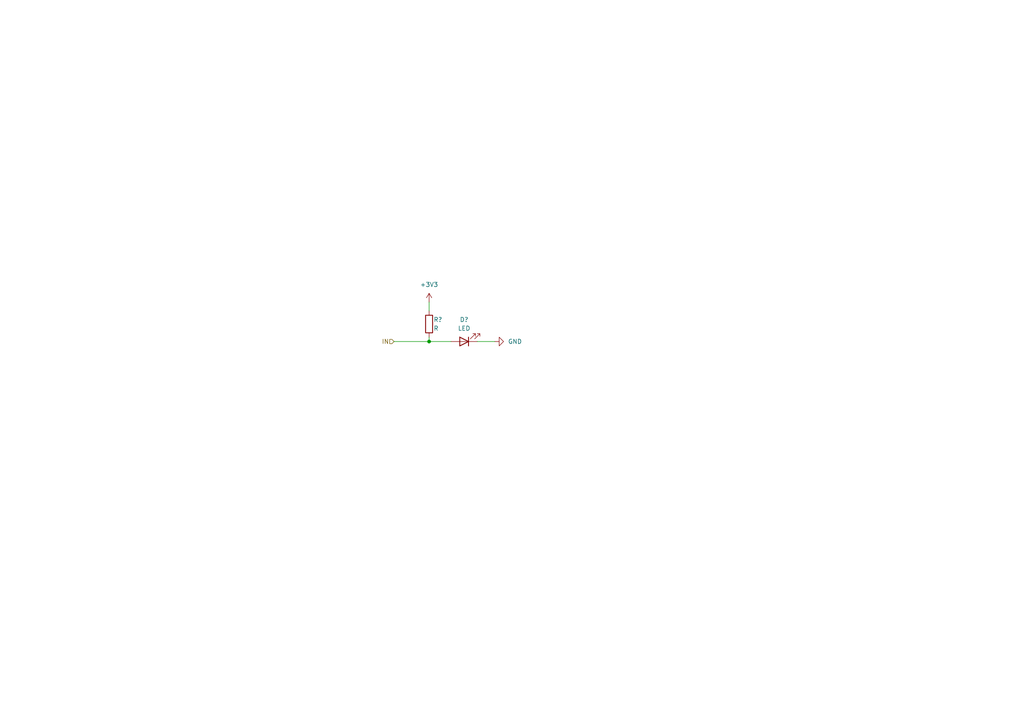
<source format=kicad_sch>
(kicad_sch (version 20211123) (generator eeschema)
  (paper "A4")
  (lib_symbols
    (symbol "Device:LED" (pin_numbers hide) (pin_names (offset 1.016) hide)
      (property "Reference" "D" (at 0 2.54 0))
      (property "Value" "LED" (at 0 -2.54 0))
      (symbol "LED_0_1"
        (polyline (pts (xy -1.27 -1.27) (xy -1.27 1.27)) (stroke (width 0.254)))
        (polyline (pts (xy -1.27 0) (xy 1.27 0)))
        (polyline (pts (xy 1.27 -1.27) (xy 1.27 1.27) (xy -1.27 0) (xy 1.27 -1.27)) (stroke (width 0.254)))
        (polyline (pts (xy -3.048 -0.762) (xy -4.572 -2.286) (xy -3.81 -2.286) (xy -4.572 -2.286) (xy -4.572 -1.524)))
        (polyline (pts (xy -1.778 -0.762) (xy -3.302 -2.286) (xy -2.54 -2.286) (xy -3.302 -2.286) (xy -3.302 -1.524)))
      )
      (symbol "LED_1_1"
        (pin passive line (at -3.81 0 0) (length 2.54) (name "K") (number "1"))
        (pin passive line (at 3.81 0 180) (length 2.54) (name "A") (number "2"))
      )
    )
    (symbol "Device:R" (pin_numbers hide) (pin_names (offset 0))
      (property "Reference" "R" (at 2.032 0 90))
      (property "Value" "R" (at 0 0 90))
      (symbol "R_0_1"
        (rectangle (start -1.016 -2.54) (end 1.016 2.54) (stroke (width 0.254)))
      )
      (symbol "R_1_1"
        (pin passive line (at 0 3.81 270) (length 1.27) (name "~") (number "1"))
        (pin passive line (at 0 -3.81 90) (length 1.27) (name "~") (number "2"))
      )
    )
    (symbol "power:+3V3" (power) (pin_names (offset 0))
      (property "Value" "+3V3" (at 0 3.556 0))
      (symbol "+3V3_0_1"
        (polyline (pts (xy -0.762 1.27) (xy 0 2.54)))
        (polyline (pts (xy 0 0) (xy 0 2.54)))
        (polyline (pts (xy 0 2.54) (xy 0.762 1.27)))
      )
      (symbol "+3V3_1_1"
        (pin power_in line (at 0 0 90) (length 0) hide (name "+3V3") (number "1"))
      )
    )
    (symbol "power:GND" (power) (pin_names (offset 0))
      (property "Value" "GND" (at 0 -3.81 0))
      (symbol "GND_0_1"
        (polyline (pts (xy 0 0) (xy 0 -1.27) (xy 1.27 -1.27) (xy 0 -2.54) (xy -1.27 -1.27) (xy 0 -1.27)))
      )
      (symbol "GND_1_1"
        (pin power_in line (at 0 0 270) (length 0) hide (name "GND") (number "1"))
      )
    )
  )
  (junction (at 124.46 99.06))
  (wire (pts (xy 124.46 97.79) (xy 124.46 99.06)))
  (wire (pts (xy 124.46 87.63) (xy 124.46 90.17)))
  (wire (pts (xy 138.43 99.06) (xy 143.51 99.06)))
  (wire (pts (xy 114.3 99.06) (xy 124.46 99.06)))
  (wire (pts (xy 124.46 99.06) (xy 130.81 99.06)))
  (hierarchical_label "IN" (shape input) (at 114.3 99.06 180))
  (symbol (lib_id "power:GND") (at 143.51 99.06 90) (unit 1)
    (property "Reference" "#PWR?" (effects hide))
    (property "Value" "GND" (at 147.32 99.0599 90) (effects (justify right)))
  )
  (symbol (lib_id "power:+3V3") (at 124.46 87.63 0) (unit 1)
    (property "Reference" "#PWR?" (effects hide))
    (property "Value" "+3V3" (at 124.46 82.55 0))
  )
  (symbol (lib_id "Device:LED") (at 134.62 99.06 180) (unit 1)
    (property "Reference" "D?" (at 134.62 92.71 0))
    (property "Value" "LED" (at 134.62 95.25 0))
  )
  (symbol (lib_id "Device:R") (at 124.46 93.98 0) (unit 1)
    (property "Reference" "R?" (at 125.73 92.71 0) (effects (justify left)))
    (property "Value" "R" (at 125.73 95.25 0) (effects (justify left)))
  )
)
</source>
